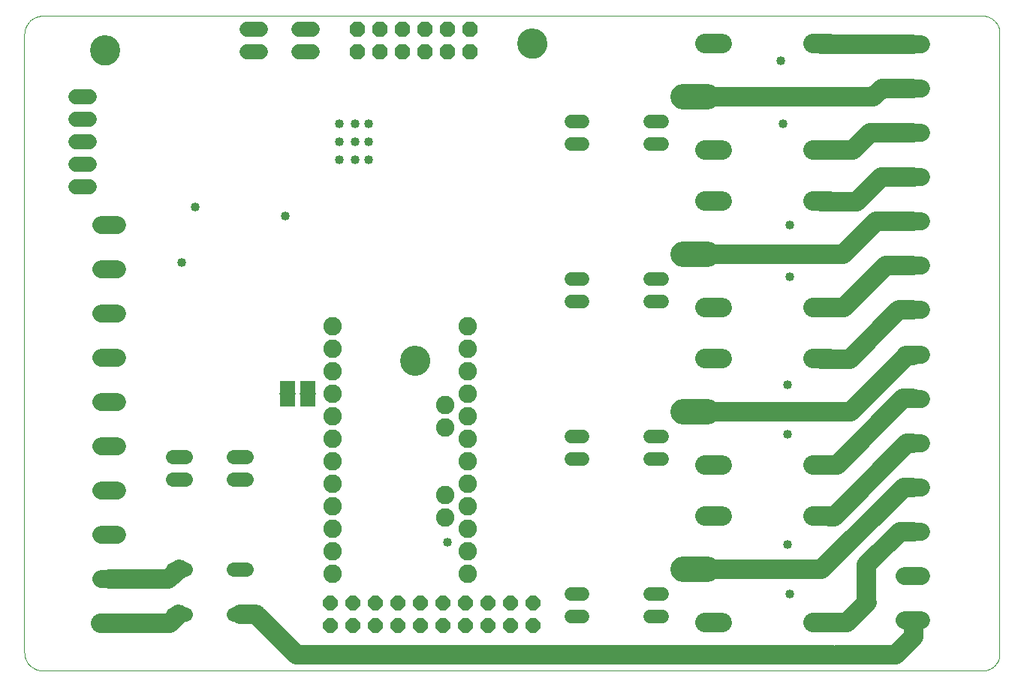
<source format=gbs>
G75*
%MOIN*%
%OFA0B0*%
%FSLAX25Y25*%
%IPPOS*%
%LPD*%
%AMOC8*
5,1,8,0,0,1.08239X$1,22.5*
%
%ADD10C,0.08600*%
%ADD11C,0.00000*%
%ADD12C,0.13398*%
%ADD13C,0.08200*%
%ADD14C,0.11450*%
%ADD15C,0.06800*%
%ADD16C,0.07850*%
%ADD17C,0.06343*%
%ADD18C,0.06000*%
%ADD19R,0.07100X0.05400*%
%ADD20R,0.07200X0.00600*%
%ADD21OC8,0.06800*%
%ADD22OC8,0.06400*%
%ADD23C,0.03981*%
D10*
X0035248Y0022500D02*
X0065748Y0022500D01*
X0069748Y0026500D01*
X0065248Y0042200D02*
X0069948Y0046700D01*
X0065248Y0042200D02*
X0039148Y0042200D01*
X0097248Y0026500D02*
X0104248Y0026500D01*
X0105248Y0025500D02*
X0122248Y0008500D01*
X0360248Y0008500D01*
X0362248Y0008500D02*
X0388248Y0008500D01*
X0396248Y0016500D01*
X0396248Y0023500D01*
X0375348Y0031900D02*
X0366448Y0022900D01*
X0354748Y0022900D01*
X0351348Y0022900D02*
X0359148Y0022900D01*
X0375248Y0033000D02*
X0375248Y0048500D01*
X0390048Y0063300D01*
X0395948Y0063300D01*
X0395748Y0083000D02*
X0391748Y0083000D01*
X0355248Y0046500D01*
X0298748Y0046500D01*
X0303348Y0022900D02*
X0311148Y0022900D01*
X0311148Y0070100D02*
X0303348Y0070100D01*
X0303348Y0092900D02*
X0311148Y0092900D01*
X0298748Y0116500D02*
X0368248Y0116500D01*
X0393248Y0141500D01*
X0395748Y0141500D01*
X0395648Y0161800D02*
X0389848Y0161800D01*
X0389548Y0161500D01*
X0389248Y0161500D01*
X0367748Y0140000D01*
X0355248Y0140000D01*
X0351348Y0140100D02*
X0359148Y0140100D01*
X0391448Y0122400D02*
X0395648Y0122400D01*
X0395748Y0122500D01*
X0391448Y0122400D02*
X0362048Y0093000D01*
X0355248Y0093000D01*
X0351348Y0092900D02*
X0359148Y0092900D01*
X0359148Y0070100D02*
X0351348Y0070100D01*
X0355048Y0070100D02*
X0360748Y0070000D01*
X0393248Y0102500D01*
X0395748Y0102500D01*
X0311148Y0140100D02*
X0303348Y0140100D01*
X0303348Y0162900D02*
X0311148Y0162900D01*
X0298748Y0186500D02*
X0364848Y0186500D01*
X0379448Y0201100D01*
X0395548Y0201100D01*
X0395748Y0201300D01*
X0381748Y0220900D02*
X0370848Y0210000D01*
X0355248Y0210000D01*
X0351348Y0210100D02*
X0359148Y0210100D01*
X0381748Y0220900D02*
X0395948Y0220900D01*
X0395748Y0240500D02*
X0376748Y0240500D01*
X0369248Y0233000D01*
X0355248Y0233000D01*
X0351348Y0232900D02*
X0359148Y0232900D01*
X0378148Y0256500D02*
X0381948Y0260300D01*
X0395848Y0260300D01*
X0378148Y0256500D02*
X0299248Y0256500D01*
X0303348Y0232900D02*
X0311148Y0232900D01*
X0311148Y0210100D02*
X0303348Y0210100D01*
X0351348Y0162900D02*
X0359148Y0162900D01*
X0355248Y0163000D02*
X0365248Y0163000D01*
X0383748Y0181500D01*
X0395748Y0181500D01*
X0395748Y0279900D02*
X0355348Y0279900D01*
X0355248Y0280000D01*
X0351348Y0280100D02*
X0359148Y0280100D01*
X0311148Y0280100D02*
X0303348Y0280100D01*
D11*
X0426697Y0001500D02*
X0009374Y0001500D01*
X0009178Y0001502D01*
X0008981Y0001509D01*
X0008785Y0001521D01*
X0008590Y0001538D01*
X0008395Y0001559D01*
X0008200Y0001585D01*
X0008006Y0001616D01*
X0007813Y0001651D01*
X0007621Y0001691D01*
X0007429Y0001736D01*
X0007239Y0001785D01*
X0007050Y0001839D01*
X0006863Y0001898D01*
X0006677Y0001961D01*
X0006492Y0002028D01*
X0006310Y0002100D01*
X0006129Y0002176D01*
X0005950Y0002257D01*
X0005773Y0002342D01*
X0005598Y0002431D01*
X0005425Y0002524D01*
X0005254Y0002622D01*
X0005086Y0002723D01*
X0004921Y0002829D01*
X0004758Y0002938D01*
X0004598Y0003052D01*
X0004440Y0003169D01*
X0004286Y0003290D01*
X0004134Y0003415D01*
X0003985Y0003544D01*
X0003840Y0003676D01*
X0003698Y0003811D01*
X0003559Y0003950D01*
X0003424Y0004092D01*
X0003292Y0004237D01*
X0003163Y0004386D01*
X0003038Y0004538D01*
X0002917Y0004692D01*
X0002800Y0004850D01*
X0002686Y0005010D01*
X0002577Y0005173D01*
X0002471Y0005338D01*
X0002370Y0005506D01*
X0002272Y0005677D01*
X0002179Y0005850D01*
X0002090Y0006025D01*
X0002005Y0006202D01*
X0001924Y0006381D01*
X0001848Y0006562D01*
X0001776Y0006744D01*
X0001709Y0006929D01*
X0001646Y0007115D01*
X0001587Y0007302D01*
X0001533Y0007491D01*
X0001484Y0007681D01*
X0001439Y0007873D01*
X0001399Y0008065D01*
X0001364Y0008258D01*
X0001333Y0008452D01*
X0001307Y0008647D01*
X0001286Y0008842D01*
X0001269Y0009037D01*
X0001257Y0009233D01*
X0001250Y0009430D01*
X0001248Y0009626D01*
X0001248Y0284367D01*
X0001250Y0284567D01*
X0001258Y0284766D01*
X0001270Y0284965D01*
X0001287Y0285164D01*
X0001309Y0285363D01*
X0001336Y0285560D01*
X0001368Y0285757D01*
X0001404Y0285954D01*
X0001446Y0286149D01*
X0001492Y0286343D01*
X0001543Y0286536D01*
X0001598Y0286728D01*
X0001658Y0286918D01*
X0001723Y0287107D01*
X0001793Y0287294D01*
X0001867Y0287479D01*
X0001946Y0287663D01*
X0002029Y0287844D01*
X0002116Y0288024D01*
X0002208Y0288201D01*
X0002305Y0288376D01*
X0002405Y0288548D01*
X0002510Y0288718D01*
X0002619Y0288885D01*
X0002732Y0289050D01*
X0002849Y0289212D01*
X0002969Y0289371D01*
X0003094Y0289527D01*
X0003223Y0289679D01*
X0003355Y0289829D01*
X0003491Y0289975D01*
X0003630Y0290118D01*
X0003773Y0290257D01*
X0003919Y0290393D01*
X0004069Y0290525D01*
X0004221Y0290654D01*
X0004377Y0290779D01*
X0004536Y0290899D01*
X0004698Y0291016D01*
X0004863Y0291129D01*
X0005030Y0291238D01*
X0005200Y0291343D01*
X0005372Y0291443D01*
X0005547Y0291540D01*
X0005724Y0291632D01*
X0005904Y0291719D01*
X0006085Y0291802D01*
X0006269Y0291881D01*
X0006454Y0291955D01*
X0006641Y0292025D01*
X0006830Y0292090D01*
X0007020Y0292150D01*
X0007212Y0292205D01*
X0007405Y0292256D01*
X0007599Y0292302D01*
X0007794Y0292344D01*
X0007991Y0292380D01*
X0008188Y0292412D01*
X0008385Y0292439D01*
X0008584Y0292461D01*
X0008783Y0292478D01*
X0008982Y0292490D01*
X0009181Y0292498D01*
X0009381Y0292500D01*
X0426689Y0292500D01*
X0426872Y0292498D01*
X0427054Y0292491D01*
X0427237Y0292480D01*
X0427419Y0292465D01*
X0427600Y0292445D01*
X0427781Y0292421D01*
X0427962Y0292392D01*
X0428141Y0292359D01*
X0428320Y0292322D01*
X0428498Y0292280D01*
X0428675Y0292234D01*
X0428850Y0292184D01*
X0429025Y0292130D01*
X0429198Y0292071D01*
X0429369Y0292009D01*
X0429539Y0291942D01*
X0429708Y0291871D01*
X0429874Y0291796D01*
X0430039Y0291717D01*
X0430202Y0291634D01*
X0430363Y0291547D01*
X0430521Y0291457D01*
X0430677Y0291362D01*
X0430831Y0291264D01*
X0430983Y0291162D01*
X0431132Y0291056D01*
X0431279Y0290947D01*
X0431422Y0290835D01*
X0431563Y0290718D01*
X0431702Y0290599D01*
X0431837Y0290476D01*
X0431969Y0290350D01*
X0432098Y0290221D01*
X0432224Y0290089D01*
X0432347Y0289954D01*
X0432466Y0289815D01*
X0432583Y0289674D01*
X0432695Y0289531D01*
X0432804Y0289384D01*
X0432910Y0289235D01*
X0433012Y0289083D01*
X0433110Y0288929D01*
X0433205Y0288773D01*
X0433295Y0288615D01*
X0433382Y0288454D01*
X0433465Y0288291D01*
X0433544Y0288126D01*
X0433619Y0287960D01*
X0433690Y0287791D01*
X0433757Y0287621D01*
X0433819Y0287450D01*
X0433878Y0287277D01*
X0433932Y0287102D01*
X0433982Y0286927D01*
X0434028Y0286750D01*
X0434070Y0286572D01*
X0434107Y0286393D01*
X0434140Y0286214D01*
X0434169Y0286033D01*
X0434193Y0285852D01*
X0434213Y0285671D01*
X0434228Y0285489D01*
X0434239Y0285306D01*
X0434246Y0285124D01*
X0434248Y0284941D01*
X0434248Y0009051D01*
X0434246Y0008869D01*
X0434239Y0008686D01*
X0434228Y0008504D01*
X0434213Y0008322D01*
X0434193Y0008141D01*
X0434169Y0007960D01*
X0434140Y0007780D01*
X0434107Y0007600D01*
X0434070Y0007422D01*
X0434029Y0007244D01*
X0433983Y0007067D01*
X0433933Y0006892D01*
X0433878Y0006718D01*
X0433820Y0006545D01*
X0433757Y0006373D01*
X0433691Y0006204D01*
X0433620Y0006035D01*
X0433545Y0005869D01*
X0433466Y0005704D01*
X0433383Y0005542D01*
X0433296Y0005381D01*
X0433206Y0005223D01*
X0433111Y0005067D01*
X0433013Y0004913D01*
X0432911Y0004762D01*
X0432806Y0004613D01*
X0432697Y0004466D01*
X0432584Y0004323D01*
X0432468Y0004182D01*
X0432349Y0004044D01*
X0432226Y0003909D01*
X0432100Y0003777D01*
X0431971Y0003648D01*
X0431839Y0003522D01*
X0431704Y0003399D01*
X0431566Y0003280D01*
X0431425Y0003164D01*
X0431282Y0003051D01*
X0431135Y0002942D01*
X0430986Y0002837D01*
X0430835Y0002735D01*
X0430681Y0002637D01*
X0430525Y0002542D01*
X0430367Y0002452D01*
X0430206Y0002365D01*
X0430044Y0002282D01*
X0429879Y0002203D01*
X0429713Y0002128D01*
X0429544Y0002057D01*
X0429375Y0001991D01*
X0429203Y0001928D01*
X0429030Y0001870D01*
X0428856Y0001815D01*
X0428681Y0001765D01*
X0428504Y0001719D01*
X0428326Y0001678D01*
X0428148Y0001641D01*
X0427968Y0001608D01*
X0427788Y0001579D01*
X0427607Y0001555D01*
X0427426Y0001535D01*
X0427244Y0001520D01*
X0427062Y0001509D01*
X0426879Y0001502D01*
X0426697Y0001500D01*
X0168429Y0139295D02*
X0168431Y0139453D01*
X0168437Y0139611D01*
X0168447Y0139769D01*
X0168461Y0139927D01*
X0168479Y0140084D01*
X0168500Y0140241D01*
X0168526Y0140397D01*
X0168556Y0140553D01*
X0168589Y0140708D01*
X0168627Y0140861D01*
X0168668Y0141014D01*
X0168713Y0141166D01*
X0168762Y0141317D01*
X0168815Y0141466D01*
X0168871Y0141614D01*
X0168931Y0141760D01*
X0168995Y0141905D01*
X0169063Y0142048D01*
X0169134Y0142190D01*
X0169208Y0142330D01*
X0169286Y0142467D01*
X0169368Y0142603D01*
X0169452Y0142737D01*
X0169541Y0142868D01*
X0169632Y0142997D01*
X0169727Y0143124D01*
X0169824Y0143249D01*
X0169925Y0143371D01*
X0170029Y0143490D01*
X0170136Y0143607D01*
X0170246Y0143721D01*
X0170359Y0143832D01*
X0170474Y0143941D01*
X0170592Y0144046D01*
X0170713Y0144148D01*
X0170836Y0144248D01*
X0170962Y0144344D01*
X0171090Y0144437D01*
X0171220Y0144527D01*
X0171353Y0144613D01*
X0171488Y0144697D01*
X0171624Y0144776D01*
X0171763Y0144853D01*
X0171904Y0144925D01*
X0172046Y0144995D01*
X0172190Y0145060D01*
X0172336Y0145122D01*
X0172483Y0145180D01*
X0172632Y0145235D01*
X0172782Y0145286D01*
X0172933Y0145333D01*
X0173085Y0145376D01*
X0173238Y0145415D01*
X0173393Y0145451D01*
X0173548Y0145482D01*
X0173704Y0145510D01*
X0173860Y0145534D01*
X0174017Y0145554D01*
X0174175Y0145570D01*
X0174332Y0145582D01*
X0174491Y0145590D01*
X0174649Y0145594D01*
X0174807Y0145594D01*
X0174965Y0145590D01*
X0175124Y0145582D01*
X0175281Y0145570D01*
X0175439Y0145554D01*
X0175596Y0145534D01*
X0175752Y0145510D01*
X0175908Y0145482D01*
X0176063Y0145451D01*
X0176218Y0145415D01*
X0176371Y0145376D01*
X0176523Y0145333D01*
X0176674Y0145286D01*
X0176824Y0145235D01*
X0176973Y0145180D01*
X0177120Y0145122D01*
X0177266Y0145060D01*
X0177410Y0144995D01*
X0177552Y0144925D01*
X0177693Y0144853D01*
X0177832Y0144776D01*
X0177968Y0144697D01*
X0178103Y0144613D01*
X0178236Y0144527D01*
X0178366Y0144437D01*
X0178494Y0144344D01*
X0178620Y0144248D01*
X0178743Y0144148D01*
X0178864Y0144046D01*
X0178982Y0143941D01*
X0179097Y0143832D01*
X0179210Y0143721D01*
X0179320Y0143607D01*
X0179427Y0143490D01*
X0179531Y0143371D01*
X0179632Y0143249D01*
X0179729Y0143124D01*
X0179824Y0142997D01*
X0179915Y0142868D01*
X0180004Y0142737D01*
X0180088Y0142603D01*
X0180170Y0142467D01*
X0180248Y0142330D01*
X0180322Y0142190D01*
X0180393Y0142048D01*
X0180461Y0141905D01*
X0180525Y0141760D01*
X0180585Y0141614D01*
X0180641Y0141466D01*
X0180694Y0141317D01*
X0180743Y0141166D01*
X0180788Y0141014D01*
X0180829Y0140861D01*
X0180867Y0140708D01*
X0180900Y0140553D01*
X0180930Y0140397D01*
X0180956Y0140241D01*
X0180977Y0140084D01*
X0180995Y0139927D01*
X0181009Y0139769D01*
X0181019Y0139611D01*
X0181025Y0139453D01*
X0181027Y0139295D01*
X0181025Y0139137D01*
X0181019Y0138979D01*
X0181009Y0138821D01*
X0180995Y0138663D01*
X0180977Y0138506D01*
X0180956Y0138349D01*
X0180930Y0138193D01*
X0180900Y0138037D01*
X0180867Y0137882D01*
X0180829Y0137729D01*
X0180788Y0137576D01*
X0180743Y0137424D01*
X0180694Y0137273D01*
X0180641Y0137124D01*
X0180585Y0136976D01*
X0180525Y0136830D01*
X0180461Y0136685D01*
X0180393Y0136542D01*
X0180322Y0136400D01*
X0180248Y0136260D01*
X0180170Y0136123D01*
X0180088Y0135987D01*
X0180004Y0135853D01*
X0179915Y0135722D01*
X0179824Y0135593D01*
X0179729Y0135466D01*
X0179632Y0135341D01*
X0179531Y0135219D01*
X0179427Y0135100D01*
X0179320Y0134983D01*
X0179210Y0134869D01*
X0179097Y0134758D01*
X0178982Y0134649D01*
X0178864Y0134544D01*
X0178743Y0134442D01*
X0178620Y0134342D01*
X0178494Y0134246D01*
X0178366Y0134153D01*
X0178236Y0134063D01*
X0178103Y0133977D01*
X0177968Y0133893D01*
X0177832Y0133814D01*
X0177693Y0133737D01*
X0177552Y0133665D01*
X0177410Y0133595D01*
X0177266Y0133530D01*
X0177120Y0133468D01*
X0176973Y0133410D01*
X0176824Y0133355D01*
X0176674Y0133304D01*
X0176523Y0133257D01*
X0176371Y0133214D01*
X0176218Y0133175D01*
X0176063Y0133139D01*
X0175908Y0133108D01*
X0175752Y0133080D01*
X0175596Y0133056D01*
X0175439Y0133036D01*
X0175281Y0133020D01*
X0175124Y0133008D01*
X0174965Y0133000D01*
X0174807Y0132996D01*
X0174649Y0132996D01*
X0174491Y0133000D01*
X0174332Y0133008D01*
X0174175Y0133020D01*
X0174017Y0133036D01*
X0173860Y0133056D01*
X0173704Y0133080D01*
X0173548Y0133108D01*
X0173393Y0133139D01*
X0173238Y0133175D01*
X0173085Y0133214D01*
X0172933Y0133257D01*
X0172782Y0133304D01*
X0172632Y0133355D01*
X0172483Y0133410D01*
X0172336Y0133468D01*
X0172190Y0133530D01*
X0172046Y0133595D01*
X0171904Y0133665D01*
X0171763Y0133737D01*
X0171624Y0133814D01*
X0171488Y0133893D01*
X0171353Y0133977D01*
X0171220Y0134063D01*
X0171090Y0134153D01*
X0170962Y0134246D01*
X0170836Y0134342D01*
X0170713Y0134442D01*
X0170592Y0134544D01*
X0170474Y0134649D01*
X0170359Y0134758D01*
X0170246Y0134869D01*
X0170136Y0134983D01*
X0170029Y0135100D01*
X0169925Y0135219D01*
X0169824Y0135341D01*
X0169727Y0135466D01*
X0169632Y0135593D01*
X0169541Y0135722D01*
X0169452Y0135853D01*
X0169368Y0135987D01*
X0169286Y0136123D01*
X0169208Y0136260D01*
X0169134Y0136400D01*
X0169063Y0136542D01*
X0168995Y0136685D01*
X0168931Y0136830D01*
X0168871Y0136976D01*
X0168815Y0137124D01*
X0168762Y0137273D01*
X0168713Y0137424D01*
X0168668Y0137576D01*
X0168627Y0137729D01*
X0168589Y0137882D01*
X0168556Y0138037D01*
X0168526Y0138193D01*
X0168500Y0138349D01*
X0168479Y0138506D01*
X0168461Y0138663D01*
X0168447Y0138821D01*
X0168437Y0138979D01*
X0168431Y0139137D01*
X0168429Y0139295D01*
X0030634Y0277091D02*
X0030636Y0277249D01*
X0030642Y0277407D01*
X0030652Y0277565D01*
X0030666Y0277723D01*
X0030684Y0277880D01*
X0030705Y0278037D01*
X0030731Y0278193D01*
X0030761Y0278349D01*
X0030794Y0278504D01*
X0030832Y0278657D01*
X0030873Y0278810D01*
X0030918Y0278962D01*
X0030967Y0279113D01*
X0031020Y0279262D01*
X0031076Y0279410D01*
X0031136Y0279556D01*
X0031200Y0279701D01*
X0031268Y0279844D01*
X0031339Y0279986D01*
X0031413Y0280126D01*
X0031491Y0280263D01*
X0031573Y0280399D01*
X0031657Y0280533D01*
X0031746Y0280664D01*
X0031837Y0280793D01*
X0031932Y0280920D01*
X0032029Y0281045D01*
X0032130Y0281167D01*
X0032234Y0281286D01*
X0032341Y0281403D01*
X0032451Y0281517D01*
X0032564Y0281628D01*
X0032679Y0281737D01*
X0032797Y0281842D01*
X0032918Y0281944D01*
X0033041Y0282044D01*
X0033167Y0282140D01*
X0033295Y0282233D01*
X0033425Y0282323D01*
X0033558Y0282409D01*
X0033693Y0282493D01*
X0033829Y0282572D01*
X0033968Y0282649D01*
X0034109Y0282721D01*
X0034251Y0282791D01*
X0034395Y0282856D01*
X0034541Y0282918D01*
X0034688Y0282976D01*
X0034837Y0283031D01*
X0034987Y0283082D01*
X0035138Y0283129D01*
X0035290Y0283172D01*
X0035443Y0283211D01*
X0035598Y0283247D01*
X0035753Y0283278D01*
X0035909Y0283306D01*
X0036065Y0283330D01*
X0036222Y0283350D01*
X0036380Y0283366D01*
X0036537Y0283378D01*
X0036696Y0283386D01*
X0036854Y0283390D01*
X0037012Y0283390D01*
X0037170Y0283386D01*
X0037329Y0283378D01*
X0037486Y0283366D01*
X0037644Y0283350D01*
X0037801Y0283330D01*
X0037957Y0283306D01*
X0038113Y0283278D01*
X0038268Y0283247D01*
X0038423Y0283211D01*
X0038576Y0283172D01*
X0038728Y0283129D01*
X0038879Y0283082D01*
X0039029Y0283031D01*
X0039178Y0282976D01*
X0039325Y0282918D01*
X0039471Y0282856D01*
X0039615Y0282791D01*
X0039757Y0282721D01*
X0039898Y0282649D01*
X0040037Y0282572D01*
X0040173Y0282493D01*
X0040308Y0282409D01*
X0040441Y0282323D01*
X0040571Y0282233D01*
X0040699Y0282140D01*
X0040825Y0282044D01*
X0040948Y0281944D01*
X0041069Y0281842D01*
X0041187Y0281737D01*
X0041302Y0281628D01*
X0041415Y0281517D01*
X0041525Y0281403D01*
X0041632Y0281286D01*
X0041736Y0281167D01*
X0041837Y0281045D01*
X0041934Y0280920D01*
X0042029Y0280793D01*
X0042120Y0280664D01*
X0042209Y0280533D01*
X0042293Y0280399D01*
X0042375Y0280263D01*
X0042453Y0280126D01*
X0042527Y0279986D01*
X0042598Y0279844D01*
X0042666Y0279701D01*
X0042730Y0279556D01*
X0042790Y0279410D01*
X0042846Y0279262D01*
X0042899Y0279113D01*
X0042948Y0278962D01*
X0042993Y0278810D01*
X0043034Y0278657D01*
X0043072Y0278504D01*
X0043105Y0278349D01*
X0043135Y0278193D01*
X0043161Y0278037D01*
X0043182Y0277880D01*
X0043200Y0277723D01*
X0043214Y0277565D01*
X0043224Y0277407D01*
X0043230Y0277249D01*
X0043232Y0277091D01*
X0043230Y0276933D01*
X0043224Y0276775D01*
X0043214Y0276617D01*
X0043200Y0276459D01*
X0043182Y0276302D01*
X0043161Y0276145D01*
X0043135Y0275989D01*
X0043105Y0275833D01*
X0043072Y0275678D01*
X0043034Y0275525D01*
X0042993Y0275372D01*
X0042948Y0275220D01*
X0042899Y0275069D01*
X0042846Y0274920D01*
X0042790Y0274772D01*
X0042730Y0274626D01*
X0042666Y0274481D01*
X0042598Y0274338D01*
X0042527Y0274196D01*
X0042453Y0274056D01*
X0042375Y0273919D01*
X0042293Y0273783D01*
X0042209Y0273649D01*
X0042120Y0273518D01*
X0042029Y0273389D01*
X0041934Y0273262D01*
X0041837Y0273137D01*
X0041736Y0273015D01*
X0041632Y0272896D01*
X0041525Y0272779D01*
X0041415Y0272665D01*
X0041302Y0272554D01*
X0041187Y0272445D01*
X0041069Y0272340D01*
X0040948Y0272238D01*
X0040825Y0272138D01*
X0040699Y0272042D01*
X0040571Y0271949D01*
X0040441Y0271859D01*
X0040308Y0271773D01*
X0040173Y0271689D01*
X0040037Y0271610D01*
X0039898Y0271533D01*
X0039757Y0271461D01*
X0039615Y0271391D01*
X0039471Y0271326D01*
X0039325Y0271264D01*
X0039178Y0271206D01*
X0039029Y0271151D01*
X0038879Y0271100D01*
X0038728Y0271053D01*
X0038576Y0271010D01*
X0038423Y0270971D01*
X0038268Y0270935D01*
X0038113Y0270904D01*
X0037957Y0270876D01*
X0037801Y0270852D01*
X0037644Y0270832D01*
X0037486Y0270816D01*
X0037329Y0270804D01*
X0037170Y0270796D01*
X0037012Y0270792D01*
X0036854Y0270792D01*
X0036696Y0270796D01*
X0036537Y0270804D01*
X0036380Y0270816D01*
X0036222Y0270832D01*
X0036065Y0270852D01*
X0035909Y0270876D01*
X0035753Y0270904D01*
X0035598Y0270935D01*
X0035443Y0270971D01*
X0035290Y0271010D01*
X0035138Y0271053D01*
X0034987Y0271100D01*
X0034837Y0271151D01*
X0034688Y0271206D01*
X0034541Y0271264D01*
X0034395Y0271326D01*
X0034251Y0271391D01*
X0034109Y0271461D01*
X0033968Y0271533D01*
X0033829Y0271610D01*
X0033693Y0271689D01*
X0033558Y0271773D01*
X0033425Y0271859D01*
X0033295Y0271949D01*
X0033167Y0272042D01*
X0033041Y0272138D01*
X0032918Y0272238D01*
X0032797Y0272340D01*
X0032679Y0272445D01*
X0032564Y0272554D01*
X0032451Y0272665D01*
X0032341Y0272779D01*
X0032234Y0272896D01*
X0032130Y0273015D01*
X0032029Y0273137D01*
X0031932Y0273262D01*
X0031837Y0273389D01*
X0031746Y0273518D01*
X0031657Y0273649D01*
X0031573Y0273783D01*
X0031491Y0273919D01*
X0031413Y0274056D01*
X0031339Y0274196D01*
X0031268Y0274338D01*
X0031200Y0274481D01*
X0031136Y0274626D01*
X0031076Y0274772D01*
X0031020Y0274920D01*
X0030967Y0275069D01*
X0030918Y0275220D01*
X0030873Y0275372D01*
X0030832Y0275525D01*
X0030794Y0275678D01*
X0030761Y0275833D01*
X0030731Y0275989D01*
X0030705Y0276145D01*
X0030684Y0276302D01*
X0030666Y0276459D01*
X0030652Y0276617D01*
X0030642Y0276775D01*
X0030636Y0276933D01*
X0030634Y0277091D01*
X0220429Y0280091D02*
X0220431Y0280249D01*
X0220437Y0280407D01*
X0220447Y0280565D01*
X0220461Y0280723D01*
X0220479Y0280880D01*
X0220500Y0281037D01*
X0220526Y0281193D01*
X0220556Y0281349D01*
X0220589Y0281504D01*
X0220627Y0281657D01*
X0220668Y0281810D01*
X0220713Y0281962D01*
X0220762Y0282113D01*
X0220815Y0282262D01*
X0220871Y0282410D01*
X0220931Y0282556D01*
X0220995Y0282701D01*
X0221063Y0282844D01*
X0221134Y0282986D01*
X0221208Y0283126D01*
X0221286Y0283263D01*
X0221368Y0283399D01*
X0221452Y0283533D01*
X0221541Y0283664D01*
X0221632Y0283793D01*
X0221727Y0283920D01*
X0221824Y0284045D01*
X0221925Y0284167D01*
X0222029Y0284286D01*
X0222136Y0284403D01*
X0222246Y0284517D01*
X0222359Y0284628D01*
X0222474Y0284737D01*
X0222592Y0284842D01*
X0222713Y0284944D01*
X0222836Y0285044D01*
X0222962Y0285140D01*
X0223090Y0285233D01*
X0223220Y0285323D01*
X0223353Y0285409D01*
X0223488Y0285493D01*
X0223624Y0285572D01*
X0223763Y0285649D01*
X0223904Y0285721D01*
X0224046Y0285791D01*
X0224190Y0285856D01*
X0224336Y0285918D01*
X0224483Y0285976D01*
X0224632Y0286031D01*
X0224782Y0286082D01*
X0224933Y0286129D01*
X0225085Y0286172D01*
X0225238Y0286211D01*
X0225393Y0286247D01*
X0225548Y0286278D01*
X0225704Y0286306D01*
X0225860Y0286330D01*
X0226017Y0286350D01*
X0226175Y0286366D01*
X0226332Y0286378D01*
X0226491Y0286386D01*
X0226649Y0286390D01*
X0226807Y0286390D01*
X0226965Y0286386D01*
X0227124Y0286378D01*
X0227281Y0286366D01*
X0227439Y0286350D01*
X0227596Y0286330D01*
X0227752Y0286306D01*
X0227908Y0286278D01*
X0228063Y0286247D01*
X0228218Y0286211D01*
X0228371Y0286172D01*
X0228523Y0286129D01*
X0228674Y0286082D01*
X0228824Y0286031D01*
X0228973Y0285976D01*
X0229120Y0285918D01*
X0229266Y0285856D01*
X0229410Y0285791D01*
X0229552Y0285721D01*
X0229693Y0285649D01*
X0229832Y0285572D01*
X0229968Y0285493D01*
X0230103Y0285409D01*
X0230236Y0285323D01*
X0230366Y0285233D01*
X0230494Y0285140D01*
X0230620Y0285044D01*
X0230743Y0284944D01*
X0230864Y0284842D01*
X0230982Y0284737D01*
X0231097Y0284628D01*
X0231210Y0284517D01*
X0231320Y0284403D01*
X0231427Y0284286D01*
X0231531Y0284167D01*
X0231632Y0284045D01*
X0231729Y0283920D01*
X0231824Y0283793D01*
X0231915Y0283664D01*
X0232004Y0283533D01*
X0232088Y0283399D01*
X0232170Y0283263D01*
X0232248Y0283126D01*
X0232322Y0282986D01*
X0232393Y0282844D01*
X0232461Y0282701D01*
X0232525Y0282556D01*
X0232585Y0282410D01*
X0232641Y0282262D01*
X0232694Y0282113D01*
X0232743Y0281962D01*
X0232788Y0281810D01*
X0232829Y0281657D01*
X0232867Y0281504D01*
X0232900Y0281349D01*
X0232930Y0281193D01*
X0232956Y0281037D01*
X0232977Y0280880D01*
X0232995Y0280723D01*
X0233009Y0280565D01*
X0233019Y0280407D01*
X0233025Y0280249D01*
X0233027Y0280091D01*
X0233025Y0279933D01*
X0233019Y0279775D01*
X0233009Y0279617D01*
X0232995Y0279459D01*
X0232977Y0279302D01*
X0232956Y0279145D01*
X0232930Y0278989D01*
X0232900Y0278833D01*
X0232867Y0278678D01*
X0232829Y0278525D01*
X0232788Y0278372D01*
X0232743Y0278220D01*
X0232694Y0278069D01*
X0232641Y0277920D01*
X0232585Y0277772D01*
X0232525Y0277626D01*
X0232461Y0277481D01*
X0232393Y0277338D01*
X0232322Y0277196D01*
X0232248Y0277056D01*
X0232170Y0276919D01*
X0232088Y0276783D01*
X0232004Y0276649D01*
X0231915Y0276518D01*
X0231824Y0276389D01*
X0231729Y0276262D01*
X0231632Y0276137D01*
X0231531Y0276015D01*
X0231427Y0275896D01*
X0231320Y0275779D01*
X0231210Y0275665D01*
X0231097Y0275554D01*
X0230982Y0275445D01*
X0230864Y0275340D01*
X0230743Y0275238D01*
X0230620Y0275138D01*
X0230494Y0275042D01*
X0230366Y0274949D01*
X0230236Y0274859D01*
X0230103Y0274773D01*
X0229968Y0274689D01*
X0229832Y0274610D01*
X0229693Y0274533D01*
X0229552Y0274461D01*
X0229410Y0274391D01*
X0229266Y0274326D01*
X0229120Y0274264D01*
X0228973Y0274206D01*
X0228824Y0274151D01*
X0228674Y0274100D01*
X0228523Y0274053D01*
X0228371Y0274010D01*
X0228218Y0273971D01*
X0228063Y0273935D01*
X0227908Y0273904D01*
X0227752Y0273876D01*
X0227596Y0273852D01*
X0227439Y0273832D01*
X0227281Y0273816D01*
X0227124Y0273804D01*
X0226965Y0273796D01*
X0226807Y0273792D01*
X0226649Y0273792D01*
X0226491Y0273796D01*
X0226332Y0273804D01*
X0226175Y0273816D01*
X0226017Y0273832D01*
X0225860Y0273852D01*
X0225704Y0273876D01*
X0225548Y0273904D01*
X0225393Y0273935D01*
X0225238Y0273971D01*
X0225085Y0274010D01*
X0224933Y0274053D01*
X0224782Y0274100D01*
X0224632Y0274151D01*
X0224483Y0274206D01*
X0224336Y0274264D01*
X0224190Y0274326D01*
X0224046Y0274391D01*
X0223904Y0274461D01*
X0223763Y0274533D01*
X0223624Y0274610D01*
X0223488Y0274689D01*
X0223353Y0274773D01*
X0223220Y0274859D01*
X0223090Y0274949D01*
X0222962Y0275042D01*
X0222836Y0275138D01*
X0222713Y0275238D01*
X0222592Y0275340D01*
X0222474Y0275445D01*
X0222359Y0275554D01*
X0222246Y0275665D01*
X0222136Y0275779D01*
X0222029Y0275896D01*
X0221925Y0276015D01*
X0221824Y0276137D01*
X0221727Y0276262D01*
X0221632Y0276389D01*
X0221541Y0276518D01*
X0221452Y0276649D01*
X0221368Y0276783D01*
X0221286Y0276919D01*
X0221208Y0277056D01*
X0221134Y0277196D01*
X0221063Y0277338D01*
X0220995Y0277481D01*
X0220931Y0277626D01*
X0220871Y0277772D01*
X0220815Y0277920D01*
X0220762Y0278069D01*
X0220713Y0278220D01*
X0220668Y0278372D01*
X0220627Y0278525D01*
X0220589Y0278678D01*
X0220556Y0278833D01*
X0220526Y0278989D01*
X0220500Y0279145D01*
X0220479Y0279302D01*
X0220461Y0279459D01*
X0220447Y0279617D01*
X0220437Y0279775D01*
X0220431Y0279933D01*
X0220429Y0280091D01*
D12*
X0226728Y0280091D03*
X0036933Y0277091D03*
X0174728Y0139295D03*
D13*
X0198248Y0134500D03*
X0198248Y0124500D03*
X0188248Y0119500D03*
X0198248Y0114500D03*
X0188248Y0109500D03*
X0198248Y0104500D03*
X0198248Y0094500D03*
X0198248Y0084500D03*
X0188248Y0079500D03*
X0198248Y0074500D03*
X0188248Y0069500D03*
X0198248Y0064500D03*
X0198248Y0054500D03*
X0198248Y0044500D03*
X0138248Y0044500D03*
X0138248Y0054500D03*
X0138248Y0064500D03*
X0138248Y0074500D03*
X0138248Y0084500D03*
X0138248Y0094500D03*
X0138248Y0104500D03*
X0138248Y0114500D03*
X0138248Y0124500D03*
X0138248Y0134500D03*
X0138248Y0144500D03*
X0138248Y0154500D03*
X0198248Y0154500D03*
X0198248Y0144500D03*
D14*
X0293623Y0116500D02*
X0304273Y0116500D01*
X0304273Y0046500D02*
X0293623Y0046500D01*
X0293623Y0186500D02*
X0304273Y0186500D01*
X0304273Y0256500D02*
X0293623Y0256500D01*
D15*
X0129248Y0276500D02*
X0123248Y0276500D01*
X0123248Y0286500D02*
X0129248Y0286500D01*
X0106248Y0286500D02*
X0100248Y0286500D01*
X0100248Y0276500D02*
X0106248Y0276500D01*
X0030248Y0256500D02*
X0024248Y0256500D01*
X0024248Y0246500D02*
X0030248Y0246500D01*
X0030248Y0236500D02*
X0024248Y0236500D01*
X0024248Y0226500D02*
X0030248Y0226500D01*
X0030248Y0216500D02*
X0024248Y0216500D01*
D16*
X0035353Y0199665D02*
X0042403Y0199665D01*
X0042403Y0179980D02*
X0035353Y0179980D01*
X0035432Y0160295D02*
X0042482Y0160295D01*
X0042482Y0140610D02*
X0035432Y0140610D01*
X0035432Y0120925D02*
X0042482Y0120925D01*
X0042482Y0101240D02*
X0035432Y0101240D01*
X0035432Y0081555D02*
X0042482Y0081555D01*
X0042482Y0061870D02*
X0035432Y0061870D01*
X0035353Y0042185D02*
X0042403Y0042185D01*
X0042403Y0022500D02*
X0035353Y0022500D01*
X0392211Y0023941D02*
X0399261Y0023941D01*
X0399261Y0043626D02*
X0392211Y0043626D01*
X0392290Y0063311D02*
X0399340Y0063311D01*
X0399340Y0082996D02*
X0392290Y0082996D01*
X0392290Y0102681D02*
X0399340Y0102681D01*
X0399340Y0122366D02*
X0392290Y0122366D01*
X0392290Y0142051D02*
X0399340Y0142051D01*
X0399340Y0161736D02*
X0392290Y0161736D01*
X0392290Y0181421D02*
X0399340Y0181421D01*
X0399340Y0201106D02*
X0392290Y0201106D01*
X0392290Y0220791D02*
X0399340Y0220791D01*
X0399340Y0240476D02*
X0392290Y0240476D01*
X0392290Y0260161D02*
X0399340Y0260161D01*
X0399340Y0279846D02*
X0392290Y0279846D01*
D17*
X0099720Y0096700D02*
X0094176Y0096700D01*
X0094176Y0086700D02*
X0099720Y0086700D01*
X0072720Y0086700D02*
X0067176Y0086700D01*
X0067176Y0096700D02*
X0072720Y0096700D01*
X0072720Y0046700D02*
X0067176Y0046700D01*
X0094176Y0046700D02*
X0099720Y0046700D01*
X0099720Y0026700D02*
X0094176Y0026700D01*
X0072720Y0026700D02*
X0067176Y0026700D01*
D18*
X0244048Y0025500D02*
X0249248Y0025500D01*
X0249248Y0035500D02*
X0244048Y0035500D01*
X0279248Y0035500D02*
X0284448Y0035500D01*
X0284448Y0025500D02*
X0279248Y0025500D01*
X0279248Y0095500D02*
X0284448Y0095500D01*
X0284448Y0105500D02*
X0279248Y0105500D01*
X0249248Y0105500D02*
X0244048Y0105500D01*
X0244048Y0095500D02*
X0249248Y0095500D01*
X0249248Y0165500D02*
X0244048Y0165500D01*
X0244048Y0175500D02*
X0249248Y0175500D01*
X0279248Y0175500D02*
X0284448Y0175500D01*
X0284448Y0165500D02*
X0279248Y0165500D01*
X0279248Y0235500D02*
X0284448Y0235500D01*
X0284448Y0245500D02*
X0279248Y0245500D01*
X0249248Y0245500D02*
X0244048Y0245500D01*
X0244048Y0235500D02*
X0249248Y0235500D01*
D19*
X0127248Y0127500D03*
X0127248Y0121500D03*
X0118248Y0121500D03*
X0118248Y0127500D03*
D20*
X0118248Y0124500D03*
X0127248Y0124500D03*
D21*
X0149248Y0276500D03*
X0159248Y0276500D03*
X0169248Y0276500D03*
X0179248Y0276500D03*
X0189248Y0276500D03*
X0199248Y0276500D03*
X0199248Y0286500D03*
X0189248Y0286500D03*
X0179248Y0286500D03*
X0169248Y0286500D03*
X0159248Y0286500D03*
X0149248Y0286500D03*
D22*
X0147248Y0031500D03*
X0137248Y0031500D03*
X0137248Y0021500D03*
X0147248Y0021500D03*
X0157248Y0021500D03*
X0167248Y0021500D03*
X0177248Y0021500D03*
X0187248Y0021500D03*
X0187248Y0031500D03*
X0177248Y0031500D03*
X0167248Y0031500D03*
X0157248Y0031500D03*
X0197248Y0031500D03*
X0207248Y0031500D03*
X0217248Y0031500D03*
X0217248Y0021500D03*
X0207248Y0021500D03*
X0197248Y0021500D03*
X0227248Y0021500D03*
X0227248Y0031500D03*
D23*
X0189248Y0058500D03*
X0340248Y0057500D03*
X0341248Y0035500D03*
X0340248Y0106500D03*
X0340248Y0128500D03*
X0341248Y0176500D03*
X0341248Y0199500D03*
X0338248Y0244500D03*
X0337248Y0272500D03*
X0154248Y0244500D03*
X0148248Y0244500D03*
X0141248Y0244500D03*
X0141248Y0236500D03*
X0148248Y0236500D03*
X0154248Y0236500D03*
X0154248Y0228500D03*
X0148248Y0228500D03*
X0141248Y0228500D03*
X0117248Y0203500D03*
X0077248Y0207500D03*
X0071248Y0183000D03*
M02*

</source>
